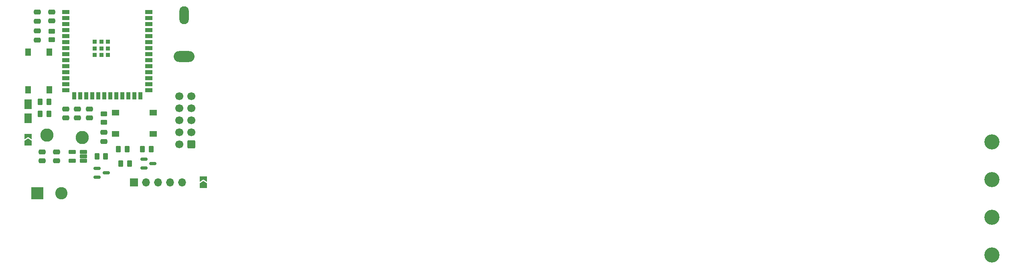
<source format=gts>
%TF.GenerationSoftware,KiCad,Pcbnew,8.0.1*%
%TF.CreationDate,2024-04-01T15:32:46-05:00*%
%TF.ProjectId,ece445_headset,65636534-3435-45f6-9865-61647365742e,rev?*%
%TF.SameCoordinates,Original*%
%TF.FileFunction,Soldermask,Top*%
%TF.FilePolarity,Negative*%
%FSLAX46Y46*%
G04 Gerber Fmt 4.6, Leading zero omitted, Abs format (unit mm)*
G04 Created by KiCad (PCBNEW 8.0.1) date 2024-04-01 15:32:46*
%MOMM*%
%LPD*%
G01*
G04 APERTURE LIST*
G04 Aperture macros list*
%AMRoundRect*
0 Rectangle with rounded corners*
0 $1 Rounding radius*
0 $2 $3 $4 $5 $6 $7 $8 $9 X,Y pos of 4 corners*
0 Add a 4 corners polygon primitive as box body*
4,1,4,$2,$3,$4,$5,$6,$7,$8,$9,$2,$3,0*
0 Add four circle primitives for the rounded corners*
1,1,$1+$1,$2,$3*
1,1,$1+$1,$4,$5*
1,1,$1+$1,$6,$7*
1,1,$1+$1,$8,$9*
0 Add four rect primitives between the rounded corners*
20,1,$1+$1,$2,$3,$4,$5,0*
20,1,$1+$1,$4,$5,$6,$7,0*
20,1,$1+$1,$6,$7,$8,$9,0*
20,1,$1+$1,$8,$9,$2,$3,0*%
%AMFreePoly0*
4,1,6,1.000000,0.000000,0.500000,-0.750000,-0.500000,-0.750000,-0.500000,0.750000,0.500000,0.750000,1.000000,0.000000,1.000000,0.000000,$1*%
%AMFreePoly1*
4,1,6,0.500000,-0.750000,-0.650000,-0.750000,-0.150000,0.000000,-0.650000,0.750000,0.500000,0.750000,0.500000,-0.750000,0.500000,-0.750000,$1*%
G04 Aperture macros list end*
%ADD10RoundRect,0.250000X-0.475000X0.250000X-0.475000X-0.250000X0.475000X-0.250000X0.475000X0.250000X0*%
%ADD11R,2.600000X2.600000*%
%ADD12C,2.600000*%
%ADD13RoundRect,0.250000X0.475000X-0.250000X0.475000X0.250000X-0.475000X0.250000X-0.475000X-0.250000X0*%
%ADD14RoundRect,0.250000X0.262500X0.450000X-0.262500X0.450000X-0.262500X-0.450000X0.262500X-0.450000X0*%
%ADD15RoundRect,0.080400X0.696600X-0.321600X0.696600X0.321600X-0.696600X0.321600X-0.696600X-0.321600X0*%
%ADD16RoundRect,0.250000X-0.262500X-0.450000X0.262500X-0.450000X0.262500X0.450000X-0.262500X0.450000X0*%
%ADD17RoundRect,0.250000X-0.450000X0.262500X-0.450000X-0.262500X0.450000X-0.262500X0.450000X0.262500X0*%
%ADD18RoundRect,0.250000X0.600000X0.600000X-0.600000X0.600000X-0.600000X-0.600000X0.600000X-0.600000X0*%
%ADD19C,1.700000*%
%ADD20FreePoly0,90.000000*%
%ADD21FreePoly1,90.000000*%
%ADD22R,1.550000X1.300000*%
%ADD23C,3.200000*%
%ADD24R,1.300000X1.550000*%
%ADD25O,4.404000X2.304000*%
%ADD26O,2.004000X3.804000*%
%ADD27R,1.498600X0.889000*%
%ADD28R,0.889000X1.498600*%
%ADD29R,0.889000X0.889000*%
%ADD30C,2.800000*%
%ADD31RoundRect,0.150000X-0.587500X-0.150000X0.587500X-0.150000X0.587500X0.150000X-0.587500X0.150000X0*%
%ADD32R,1.700000X1.700000*%
%ADD33O,1.700000X1.700000*%
%ADD34R,1.500000X1.500000*%
%ADD35FreePoly0,270.000000*%
G04 APERTURE END LIST*
D10*
%TO.C,C4*%
X84470000Y-68500000D03*
X84470000Y-70400000D03*
%TD*%
D11*
%TO.C,J3*%
X75955000Y-86305000D03*
D12*
X81035000Y-86305000D03*
%TD*%
D10*
%TO.C,C5*%
X82000000Y-68500000D03*
X82000000Y-70400000D03*
%TD*%
D13*
%TO.C,C6*%
X79000000Y-49900000D03*
X79000000Y-48000000D03*
%TD*%
D14*
%TO.C,R3*%
X94912500Y-77000000D03*
X93087500Y-77000000D03*
%TD*%
%TO.C,R1*%
X78412500Y-69500000D03*
X76587500Y-69500000D03*
%TD*%
%TO.C,R4*%
X78412500Y-67000000D03*
X76587500Y-67000000D03*
%TD*%
D13*
%TO.C,C9*%
X77000000Y-79450000D03*
X77000000Y-77550000D03*
%TD*%
D15*
%TO.C,U3*%
X85685000Y-79450000D03*
X85685000Y-78500000D03*
X85685000Y-77550000D03*
X83315000Y-77550000D03*
X83315000Y-79450000D03*
%TD*%
D16*
%TO.C,R2*%
X93587500Y-80000000D03*
X95412500Y-80000000D03*
%TD*%
D17*
%TO.C,R8*%
X90000000Y-69500000D03*
X90000000Y-71325000D03*
%TD*%
D18*
%TO.C,J4*%
X108500000Y-76000000D03*
D19*
X105960000Y-76000000D03*
X108500000Y-73460000D03*
X105960000Y-73460000D03*
X108500000Y-70920000D03*
X105960000Y-70920000D03*
X108500000Y-68380000D03*
X105960000Y-68380000D03*
X108500000Y-65840000D03*
X105960000Y-65840000D03*
%TD*%
D20*
%TO.C,JP3*%
X74000000Y-75725000D03*
D21*
X74000000Y-74275000D03*
%TD*%
D20*
%TO.C,JP1*%
X111000000Y-84725000D03*
D21*
X111000000Y-83275000D03*
%TD*%
D17*
%TO.C,R7*%
X79000000Y-52087500D03*
X79000000Y-53912500D03*
%TD*%
D13*
%TO.C,C7*%
X76000000Y-49950000D03*
X76000000Y-48050000D03*
%TD*%
%TO.C,C2*%
X76000000Y-53950000D03*
X76000000Y-52050000D03*
%TD*%
D22*
%TO.C,SW2*%
X100475000Y-73750000D03*
X92525000Y-73750000D03*
X100475000Y-69250000D03*
X92525000Y-69250000D03*
%TD*%
D23*
%TO.C,H3*%
X277500000Y-91400000D03*
%TD*%
D10*
%TO.C,C3*%
X90000000Y-73462500D03*
X90000000Y-75362500D03*
%TD*%
D24*
%TO.C,SW1*%
X78500000Y-56500000D03*
X78500000Y-64450000D03*
X74000000Y-56500000D03*
X74000000Y-64450000D03*
%TD*%
D25*
%TO.C,J1*%
X107000000Y-57400000D03*
D26*
X107000000Y-48700000D03*
%TD*%
D27*
%TO.C,U2*%
X82000000Y-48000000D03*
X82000000Y-49270000D03*
X82000000Y-50540000D03*
X82000000Y-51810000D03*
X82000000Y-53080000D03*
X82000000Y-54350000D03*
X82000000Y-55620000D03*
X82000000Y-56890000D03*
X82000000Y-58160000D03*
X82000000Y-59430000D03*
X82000000Y-60700000D03*
X82000000Y-61970000D03*
X82000000Y-63240000D03*
X82000000Y-64510000D03*
D28*
X83765000Y-65760000D03*
X85035000Y-65760000D03*
X86305000Y-65760000D03*
X87575000Y-65760000D03*
X88845000Y-65760000D03*
X90115000Y-65760000D03*
X91385000Y-65760000D03*
X92655000Y-65760000D03*
X93925000Y-65760000D03*
X95195000Y-65760000D03*
X96465000Y-65760000D03*
X97735000Y-65760000D03*
D27*
X99500000Y-64510000D03*
X99500000Y-63240000D03*
X99500000Y-61970000D03*
X99500000Y-60700000D03*
X99500000Y-59430000D03*
X99500000Y-58160000D03*
X99500000Y-56890000D03*
X99500000Y-55620000D03*
X99500000Y-54350000D03*
X99500000Y-53080000D03*
X99500000Y-51810000D03*
X99500000Y-50540000D03*
X99500000Y-49270000D03*
X99500000Y-48000000D03*
D29*
X89500000Y-55720000D03*
X89500000Y-54320000D03*
X88100000Y-54320000D03*
X88100000Y-55720000D03*
X88100000Y-57120000D03*
X89500000Y-57120000D03*
X90900000Y-57120000D03*
X90900000Y-55720000D03*
X90900000Y-54320000D03*
%TD*%
D23*
%TO.C,H2*%
X277500000Y-83450000D03*
%TD*%
D13*
%TO.C,C8*%
X80000000Y-79450000D03*
X80000000Y-77550000D03*
%TD*%
D23*
%TO.C,H1*%
X277500000Y-75500000D03*
%TD*%
D30*
%TO.C,TP1*%
X78000000Y-74000000D03*
%TD*%
D31*
%TO.C,Q1*%
X98500000Y-79100000D03*
X98500000Y-81000000D03*
X100375000Y-80050000D03*
%TD*%
D14*
%TO.C,R6*%
X90412500Y-78500000D03*
X88587500Y-78500000D03*
%TD*%
D32*
%TO.C,J2*%
X96380000Y-84000000D03*
D33*
X98920000Y-84000000D03*
X101460000Y-84000000D03*
X104000000Y-84000000D03*
X106540000Y-84000000D03*
%TD*%
D23*
%TO.C,H4*%
X277500000Y-99350000D03*
%TD*%
D14*
%TO.C,R5*%
X100000000Y-77000000D03*
X98175000Y-77000000D03*
%TD*%
D31*
%TO.C,Q2*%
X88625000Y-81050000D03*
X88625000Y-82950000D03*
X90500000Y-82000000D03*
%TD*%
D10*
%TO.C,C1*%
X87000000Y-68500000D03*
X87000000Y-70400000D03*
%TD*%
D34*
%TO.C,JP2*%
X74000000Y-67800000D03*
X74000000Y-70200000D03*
D35*
X74000000Y-67000000D03*
D20*
X74000000Y-71000000D03*
%TD*%
D30*
%TO.C,TP2*%
X85500000Y-74500000D03*
%TD*%
M02*

</source>
